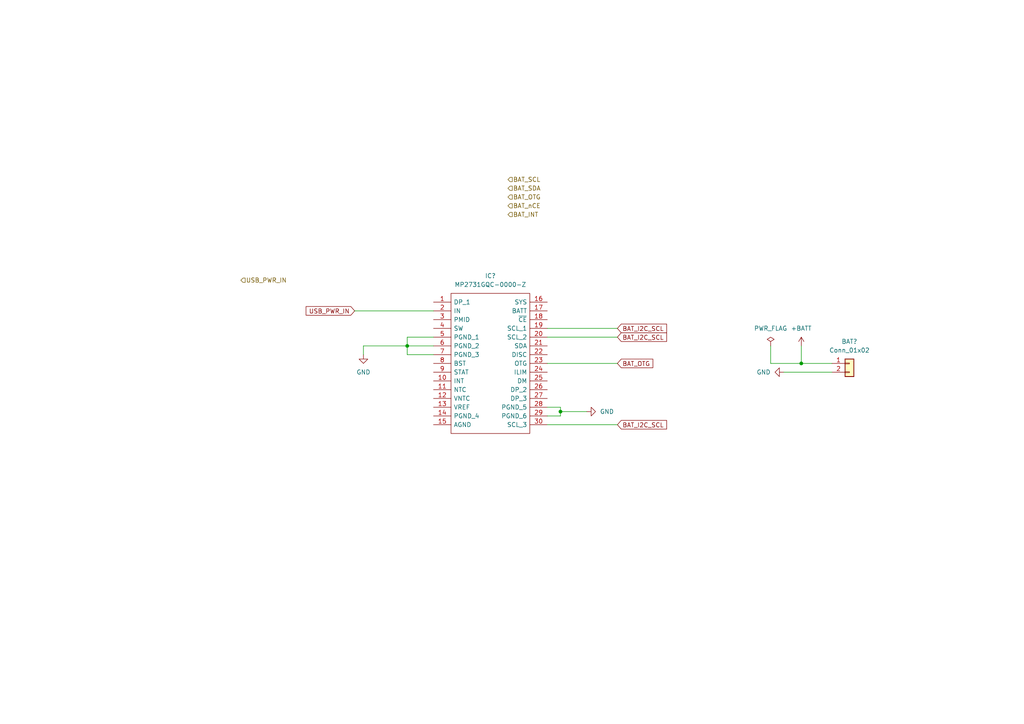
<source format=kicad_sch>
(kicad_sch (version 20211123) (generator eeschema)
  (paper "A4")
  (lib_symbols
    (symbol "Connector_Generic:Conn_01x02" (pin_names (offset 1.016) hide)
      (property "Reference" "J" (at 0 2.54 0))
      (property "Value" "Conn_01x02" (at 0 -5.08 0))
      (symbol "Conn_01x02_1_1"
        (rectangle (start -1.27 -2.413) (end 0 -2.667) (stroke (width 0.1524)))
        (rectangle (start -1.27 0.127) (end 0 -0.127) (stroke (width 0.1524)))
        (rectangle (start -1.27 1.27) (end 1.27 -3.81) (stroke (width 0.254)) (fill (type background)))
        (pin passive line (at -5.08 0 0) (length 3.81) (name "Pin_1") (number "1"))
        (pin passive line (at -5.08 -2.54 0) (length 3.81) (name "Pin_2") (number "2"))
      )
    )
    (symbol "MP2731GQC-0000-Z:MP2731GQC-0000-Z" (pin_names (offset 0.762))
      (property "Reference" "IC" (at 29.21 7.62 0))
      (property "Value" "MP2731GQC-0000-Z" (at 29.21 5.08 0))
      (symbol "MP2731GQC-0000-Z_0_0"
        (pin passive line (at 0 0 0) (length 5.08) (name "DP_1") (number "1"))
        (pin passive line (at 0 -22.86 0) (length 5.08) (name "INT") (number "10"))
        (pin passive line (at 0 -25.4 0) (length 5.08) (name "NTC") (number "11"))
        (pin passive line (at 0 -27.94 0) (length 5.08) (name "VNTC") (number "12"))
        (pin passive line (at 0 -30.48 0) (length 5.08) (name "VREF") (number "13"))
        (pin passive line (at 0 -33.02 0) (length 5.08) (name "PGND_4") (number "14"))
        (pin passive line (at 0 -35.56 0) (length 5.08) (name "AGND") (number "15"))
        (pin passive line (at 33.02 0 180) (length 5.08) (name "SYS") (number "16"))
        (pin passive line (at 33.02 -2.54 180) (length 5.08) (name "BATT") (number "17"))
        (pin passive line (at 33.02 -5.08 180) (length 5.08) (name "~{CE}") (number "18"))
        (pin passive line (at 33.02 -7.62 180) (length 5.08) (name "SCL_1") (number "19"))
        (pin passive line (at 0 -2.54 0) (length 5.08) (name "IN") (number "2"))
        (pin passive line (at 33.02 -10.16 180) (length 5.08) (name "SCL_2") (number "20"))
        (pin passive line (at 33.02 -12.7 180) (length 5.08) (name "SDA") (number "21"))
        (pin passive line (at 33.02 -15.24 180) (length 5.08) (name "DISC") (number "22"))
        (pin passive line (at 33.02 -17.78 180) (length 5.08) (name "OTG") (number "23"))
        (pin passive line (at 33.02 -20.32 180) (length 5.08) (name "ILIM") (number "24"))
        (pin passive line (at 33.02 -22.86 180) (length 5.08) (name "DM") (number "25"))
        (pin passive line (at 33.02 -25.4 180) (length 5.08) (name "DP_2") (number "26"))
        (pin passive line (at 33.02 -27.94 180) (length 5.08) (name "DP_3") (number "27"))
        (pin passive line (at 33.02 -30.48 180) (length 5.08) (name "PGND_5") (number "28"))
        (pin passive line (at 33.02 -33.02 180) (length 5.08) (name "PGND_6") (number "29"))
        (pin passive line (at 0 -5.08 0) (length 5.08) (name "PMID") (number "3"))
        (pin passive line (at 33.02 -35.56 180) (length 5.08) (name "SCL_3") (number "30"))
        (pin passive line (at 0 -7.62 0) (length 5.08) (name "SW") (number "4"))
        (pin passive line (at 0 -10.16 0) (length 5.08) (name "PGND_1") (number "5"))
        (pin passive line (at 0 -12.7 0) (length 5.08) (name "PGND_2") (number "6"))
        (pin passive line (at 0 -15.24 0) (length 5.08) (name "PGND_3") (number "7"))
        (pin passive line (at 0 -17.78 0) (length 5.08) (name "BST") (number "8"))
        (pin passive line (at 0 -20.32 0) (length 5.08) (name "STAT") (number "9"))
      )
      (symbol "MP2731GQC-0000-Z_0_1"
        (polyline (pts (xy 5.08 2.54) (xy 27.94 2.54) (xy 27.94 -38.1) (xy 5.08 -38.1) (xy 5.08 2.54)) (stroke (width 0.1524)))
      )
    )
    (symbol "power:+BATT" (power) (pin_names (offset 0))
      (property "Value" "+BATT" (at 0 3.556 0))
      (symbol "+BATT_0_1"
        (polyline (pts (xy -0.762 1.27) (xy 0 2.54)))
        (polyline (pts (xy 0 0) (xy 0 2.54)))
        (polyline (pts (xy 0 2.54) (xy 0.762 1.27)))
      )
      (symbol "+BATT_1_1"
        (pin power_in line (at 0 0 90) (length 0) hide (name "+BATT") (number "1"))
      )
    )
    (symbol "power:GND" (power) (pin_names (offset 0))
      (property "Value" "GND" (at 0 -3.81 0))
      (symbol "GND_0_1"
        (polyline (pts (xy 0 0) (xy 0 -1.27) (xy 1.27 -1.27) (xy 0 -2.54) (xy -1.27 -1.27) (xy 0 -1.27)))
      )
      (symbol "GND_1_1"
        (pin power_in line (at 0 0 270) (length 0) hide (name "GND") (number "1"))
      )
    )
    (symbol "power:PWR_FLAG" (power) (pin_numbers hide) (pin_names (offset 0) hide)
      (property "Value" "PWR_FLAG" (at 0 3.81 0))
      (symbol "PWR_FLAG_0_0"
        (pin power_out line (at 0 0 90) (length 0) (name "pwr") (number "1"))
      )
      (symbol "PWR_FLAG_0_1"
        (polyline (pts (xy 0 0) (xy 0 1.27) (xy -1.016 1.905) (xy 0 2.54) (xy 1.016 1.905) (xy 0 1.27)))
      )
    )
  )
  (junction (at 162.56 119.38))
  (junction (at 232.41 105.41))
  (junction (at 118.11 100.33))
  (wire (pts (xy 158.75 123.19) (xy 179.07 123.19)))
  (wire (pts (xy 118.11 102.87) (xy 125.73 102.87)))
  (wire (pts (xy 162.56 120.65) (xy 158.75 120.65)))
  (wire (pts (xy 223.52 100.33) (xy 223.52 105.41)))
  (wire (pts (xy 158.75 118.11) (xy 162.56 118.11)))
  (wire (pts (xy 158.75 105.41) (xy 179.07 105.41)))
  (wire (pts (xy 241.3 107.95) (xy 227.33 107.95)))
  (wire (pts (xy 162.56 119.38) (xy 170.18 119.38)))
  (wire (pts (xy 118.11 100.33) (xy 105.41 100.33)))
  (wire (pts (xy 162.56 118.11) (xy 162.56 119.38)))
  (wire (pts (xy 118.11 100.33) (xy 118.11 102.87)))
  (wire (pts (xy 118.11 97.79) (xy 118.11 100.33)))
  (wire (pts (xy 162.56 119.38) (xy 162.56 120.65)))
  (wire (pts (xy 241.3 105.41) (xy 232.41 105.41)))
  (wire (pts (xy 118.11 100.33) (xy 125.73 100.33)))
  (wire (pts (xy 232.41 105.41) (xy 232.41 100.33)))
  (wire (pts (xy 105.41 100.33) (xy 105.41 102.87)))
  (wire (pts (xy 102.87 90.17) (xy 125.73 90.17)))
  (wire (pts (xy 125.73 97.79) (xy 118.11 97.79)))
  (wire (pts (xy 158.75 95.25) (xy 179.07 95.25)))
  (wire (pts (xy 223.52 105.41) (xy 232.41 105.41)))
  (wire (pts (xy 158.75 97.79) (xy 179.07 97.79)))
  (global_label "USB_PWR_IN" (shape input) (at 102.87 90.17 180) (property "Intersheet References" "${INTERSHEET_REFS}" (effects hide)))
  (global_label "BAT_OTG" (shape input) (at 179.07 105.41 0) (property "Intersheet References" "${INTERSHEET_REFS}" (effects hide)))
  (global_label "BAT_I2C_SCL" (shape input) (at 179.07 123.19 0) (property "Intersheet References" "${INTERSHEET_REFS}" (effects hide)))
  (global_label "BAT_I2C_SCL" (shape input) (at 179.07 95.25 0) (property "Intersheet References" "${INTERSHEET_REFS}" (effects hide)))
  (global_label "BAT_I2C_SCL" (shape input) (at 179.07 97.79 0) (property "Intersheet References" "${INTERSHEET_REFS}" (effects hide)))
  (hierarchical_label "USB_PWR_IN" (shape input) (at 69.85 81.28 0))
  (hierarchical_label "BAT_SDA" (shape input) (at 147.32 54.61 0))
  (hierarchical_label "BAT_SCL" (shape input) (at 147.32 52.07 0))
  (hierarchical_label "BAT_OTG" (shape input) (at 147.32 57.15 0))
  (hierarchical_label "BAT_INT" (shape input) (at 147.32 62.23 0))
  (hierarchical_label "BAT_nCE" (shape input) (at 147.32 59.69 0))
  (symbol (lib_id "power:+BATT") (at 232.41 100.33 0) (mirror y) (unit 1)
    (property "Reference" "#PWR?" (effects hide))
    (property "Value" "+BATT" (at 232.41 95.25 0))
  )
  (symbol (lib_id "power:GND") (at 227.33 107.95 270) (mirror x) (unit 1)
    (property "Reference" "#PWR?" (effects hide))
    (property "Value" "GND" (at 223.52 107.9499 90) (effects (justify right)))
  )
  (symbol (lib_id "power:PWR_FLAG") (at 223.52 100.33 0) (mirror y) (unit 1)
    (property "Reference" "#FLG?" (effects hide))
    (property "Value" "PWR_FLAG" (at 223.52 95.25 0))
  )
  (symbol (lib_id "power:GND") (at 170.18 119.38 90) (unit 1)
    (property "Reference" "#PWR?" (effects hide))
    (property "Value" "GND" (at 173.99 119.3799 90) (effects (justify right)))
  )
  (symbol (lib_id "Connector_Generic:Conn_01x02") (at 246.38 105.41 0) (unit 1)
    (property "Reference" "BAT?" (at 246.38 99.06 0))
    (property "Value" "Conn_01x02" (at 246.38 101.6 0))
    (property "Footprint" "Connector_PinSocket_2.54mm:PinSocket_1x02_P2.54mm_Vertical" (effects hide))
  )
  (symbol (lib_id "power:GND") (at 105.41 102.87 0) (unit 1)
    (property "Reference" "#PWR?" (effects hide))
    (property "Value" "GND" (at 105.41 107.95 0))
  )
  (symbol (lib_id "MP2731GQC-0000-Z:MP2731GQC-0000-Z") (at 125.73 87.63 0) (unit 1)
    (property "Reference" "IC?" (at 142.24 80.01 0))
    (property "Value" "MP2731GQC-0000-Z" (at 142.24 82.55 0))
    (property "Footprint" "footprints:MP2731GQC0000Z" (effects hide))
    (property "Datasheet" "https://www.monolithicpower.com/en/documentview/productdocument/index/version/2/document_type/Datasheet/lang/en/sku/MP2731GQC/document_id/6814/" (effects hide))
    (property "Description" "PDA\\'s, Portable Audio/Video, Smartphones PMIC 26-QFN (3.5x3.5)" (effects hide))
    (property "Height" "1" (effects hide))
    (property "Manufacturer_Name" "Monolithic Power Systems (MPS)" (effects hide))
    (property "Manufacturer_Part_Number" "MP2731GQC-0000-Z" (effects hide))
  )
)
</source>
